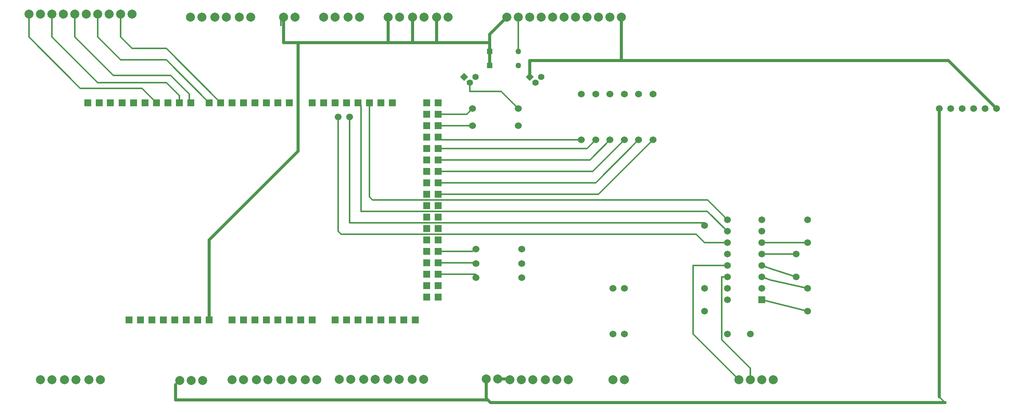
<source format=gbr>
G04 DipTrace 3.0.0.1*
G04 Top.gbr*
%MOMM*%
G04 #@! TF.FileFunction,Copper,L1,Top*
G04 #@! TF.Part,Single*
%AMOUTLINE0*5,1,4,0,0,1.8,-90.0*%
G04 #@! TA.AperFunction,Conductor*
%ADD14C,0.66*%
%ADD15C,0.33*%
G04 #@! TA.AperFunction,ComponentPad*
%ADD19C,1.5*%
%ADD21C,2.0*%
%ADD22R,1.5X1.5*%
%ADD23R,1.27X1.27*%
%ADD24C,1.27*%
%ADD25C,1.524*%
%ADD26C,1.524*%
%ADD27C,1.5*%
%ADD28C,1.4*%
%ADD61OUTLINE0*%
%FSLAX35Y35*%
G04*
G71*
G90*
G75*
G01*
G04 Top*
%LPD*%
X8985250Y8826500D2*
D14*
Y8255000D1*
X6985000D1*
X6667500D1*
Y8826500D1*
X11239500Y8064500D2*
Y7747000D1*
Y8064500D2*
Y8445500D1*
X11620500Y8826500D1*
X8985250Y8255000D2*
X9525000D1*
X10064750D1*
X11239500D1*
D15*
Y8064500D1*
X10064750Y8826500D2*
D14*
Y8255000D1*
X9525000Y8826500D2*
Y8255000D1*
X6604000Y8636000D2*
D15*
Y8763000D1*
X6667500Y8826500D1*
X6985000Y8255000D2*
D14*
Y5842000D1*
X5016500Y3873500D1*
Y2095500D1*
X11160123Y777873D2*
Y351293D1*
Y317500D1*
X4271613D1*
Y652837D1*
D15*
X4364227Y745450D1*
X21209000Y6794500D2*
D14*
Y381000D1*
D15*
X21336000Y254000D1*
D14*
X11257417D1*
X11160123Y351293D1*
X2032000Y8890000D2*
D15*
Y8382000D1*
X2889220Y7524780D1*
X4159220D1*
X4572000Y7112000D1*
Y6921500D1*
X4605020D1*
X3843020D2*
X3521583Y7242937D1*
X2155063D1*
X1016000Y8382000D1*
Y8890000D1*
X2540000D2*
Y8382000D1*
X3048000Y7874000D1*
X4064000D1*
X5016500Y6921500D1*
X3048000Y8890000D2*
Y8382000D1*
X3302000Y8128000D1*
X4064000D1*
X5270500Y6921500D1*
X12128500Y7493000D2*
D14*
Y7861417D1*
X14160500D1*
Y8826500D1*
Y7861417D2*
X21412083D1*
X22479000Y6794500D1*
X11874500Y8064500D2*
D15*
Y8826500D1*
X4351020Y6921500D2*
Y7078980D1*
X4064000Y7366000D1*
X2540000D1*
X1524000Y8382000D1*
Y8890000D1*
X10096500Y6413500D2*
X10858500D1*
X10096500Y6667500D2*
X10731500D1*
X10858500Y6794500D1*
X18288000Y2286000D2*
X17272000Y2540000D1*
X18288000Y2794000D2*
X17462500Y2984500D1*
X17272000Y3048000D1*
X18034000D2*
X17462500Y3238500D1*
X17272000Y3302000D1*
X18034000Y3556000D2*
X17272000D1*
X18288000Y3810000D2*
X17272000D1*
X10096500Y3365500D2*
X10920593D1*
X10936333Y3349760D1*
Y3348787D1*
X11414123Y777873D2*
D14*
X11668127D1*
D15*
X11684000Y762000D1*
X10096500Y3619500D2*
X10858500D1*
X10905287Y3666287D1*
X10936333D1*
X10795000Y7366000D2*
Y7175500D1*
X11493500D1*
X11874500Y6794500D1*
X10096500Y3111500D2*
X10922000D1*
X10936333Y3097167D1*
Y3031287D1*
X10096500Y5905500D2*
X13398500D1*
X13589000Y6096000D1*
X10096500Y5143500D2*
X13589000D1*
X14541500Y6096000D1*
X10096500Y5651500D2*
X13462000D1*
X13906500Y6096000D1*
X10096500Y5397500D2*
X13525500D1*
X14224000Y6096000D1*
X10096500Y4889500D2*
X13652500D1*
X14859000Y6096000D1*
X16510000Y3048000D2*
X16383000D1*
Y1651000D1*
X17018000Y1016000D1*
Y762000D1*
X16510000Y3302000D2*
X15748000D1*
Y1778000D1*
X16764000Y762000D1*
X16510000Y3810000D2*
X16002000D1*
X15813997Y3998003D1*
X7940007D1*
X7874000Y4064010D1*
Y6604000D1*
X16002000Y4191000D2*
Y4254500D1*
X8128000D1*
Y6604000D1*
X16510000Y4064000D2*
X16065500Y4508500D1*
X8382000D1*
Y6858000D1*
X8318500Y6921500D1*
X8572500D2*
Y4826000D1*
X8638497Y4760003D1*
X16067997D1*
X16510000Y4318000D1*
X10096500Y6159500D2*
Y6096000D1*
X13271500D1*
D21*
X2540000Y8890000D3*
X2794000D3*
X3048000D3*
X3302000D3*
X2032000D3*
X2286000D3*
X8096250Y8826500D3*
X8350250D3*
X11160123Y777873D3*
X11414123D3*
X11684000Y762000D3*
X11938000D3*
X12192000D3*
X8985250Y8826500D3*
X9239250D3*
X7556500D3*
X7810500D3*
X6667500D3*
X6921500D3*
X5683250D3*
X5937250D3*
X5143500D3*
X5397500D3*
X12477750Y762000D3*
X12731750D3*
X12985750D3*
D22*
X10096500Y2603500D3*
Y2857500D3*
Y3111500D3*
Y3365500D3*
Y3619500D3*
Y3873500D3*
Y4127500D3*
Y4381500D3*
Y4635500D3*
Y4889500D3*
Y5143500D3*
Y5397500D3*
Y5651500D3*
Y5905500D3*
Y6159500D3*
Y6413500D3*
Y6667500D3*
X9842500Y6921500D3*
Y2603500D3*
Y2857500D3*
Y3111500D3*
Y3365500D3*
Y3619500D3*
Y3873500D3*
Y4127500D3*
Y4381500D3*
Y4635500D3*
Y4889500D3*
Y5143500D3*
Y5397500D3*
Y5651500D3*
Y5905500D3*
Y6159500D3*
Y6413500D3*
Y6667500D3*
X10096500Y6921500D3*
X4508500Y2095500D3*
X4000500D3*
X3746500D3*
X3492500D3*
X3238500D3*
X6794500D3*
X6540500D3*
X6286500D3*
X6032500D3*
X5778500D3*
X5524500D3*
X4605020Y6921500D3*
X4351020D3*
X4097020D3*
X3843020D3*
X3589020D3*
X3335020D3*
X3081020D3*
X2824480D3*
X2573020D3*
X2319020D3*
X6794500D3*
X6540500D3*
X6286500D3*
X6032500D3*
X5778500D3*
X5524500D3*
X5270500D3*
X5016500D3*
X7302500D3*
X7556500D3*
X7810500D3*
X8064500D3*
X8318500D3*
X8572500D3*
X8826500D3*
X9080500D3*
X7048500Y2095500D3*
X7302500D3*
X7810500D3*
X8064500D3*
X8318500D3*
X8572500D3*
X8826500D3*
X9080500D3*
X9334500D3*
X9588500D3*
X4254500D3*
X5016500D3*
X4762500D3*
D21*
X1016000Y8890000D3*
X1270000D3*
D23*
X11239500Y8064500D3*
D24*
X11874500D3*
D21*
X4603750Y8826500D3*
X4857750D3*
X11620500D3*
X11874500D3*
X12128500D3*
X12381220Y8825657D3*
X12635220D3*
X12889220D3*
X13144500Y8826500D3*
X13398500D3*
X13652500D3*
X13906500D3*
X14160500D3*
X9525000D3*
X9779000D3*
X10064750D3*
X10318750D3*
X1270000Y762000D3*
X1524000D3*
X1809753D3*
X2063753D3*
X2349503D3*
X2603503D3*
X1524000Y8890000D3*
X1778000D3*
D25*
X11874500Y6794500D3*
D26*
X10858500D3*
D23*
X11239500Y7747000D3*
D24*
X11874500D3*
D21*
X5523703Y762557D3*
X5777703D3*
X6062983Y761567D3*
X6316983D3*
X6604000Y762000D3*
X6858000D3*
X7144333Y763443D3*
X7398333D3*
X7901193Y771533D3*
X8155193D3*
X8441527Y773223D3*
X8695527D3*
X8981263Y773350D3*
X9235263D3*
X9521140Y773347D3*
X9775140D3*
X4364227Y745450D3*
X4618227D3*
X4872227D3*
D22*
X17272000Y2540000D3*
D27*
Y2794000D3*
Y3048000D3*
Y3302000D3*
Y3556000D3*
Y3810000D3*
Y4064000D3*
Y4318000D3*
X16510000D3*
Y4064000D3*
Y3810000D3*
Y3556000D3*
Y3302000D3*
Y3048000D3*
Y2794000D3*
Y2540000D3*
D25*
X13589000Y7112000D3*
D26*
Y6096000D3*
D25*
X13271500Y7112000D3*
D26*
Y6096000D3*
D25*
X13906500Y7112000D3*
D26*
Y6096000D3*
D25*
X14224000Y7112000D3*
D26*
Y6096000D3*
D25*
X14541500Y7112000D3*
D26*
Y6096000D3*
D25*
X14859000Y7112000D3*
D26*
Y6096000D3*
D25*
X10858500Y6413500D3*
D26*
X11874500D3*
D25*
X10936333Y3666287D3*
D26*
X11952333D3*
D25*
X10936333Y3348787D3*
D26*
X11952333D3*
D25*
X10936333Y3031287D3*
D26*
X11952333D3*
D28*
X12382500Y7493000D3*
X12255500Y7366000D3*
D61*
X12128500Y7493000D3*
D28*
X10922000D3*
X10795000Y7366000D3*
D61*
X10668000Y7493000D3*
D19*
X18288000Y2286000D3*
Y2794000D3*
X18034000Y3556000D3*
Y3048000D3*
X18288000Y3810000D3*
Y4318000D3*
X16002000Y2286000D3*
Y2794000D3*
X16510000Y1778000D3*
X17018000D3*
D21*
X16764000Y762000D3*
X17018000D3*
X17272000D3*
X17526000D3*
D19*
X7874000Y6604000D3*
X8128000D3*
X16002000Y4191000D3*
D21*
X13970000Y762000D3*
X14224000D3*
D25*
X13970000Y1778000D3*
D26*
Y2794000D3*
D25*
X14224000Y1778000D3*
D26*
Y2794000D3*
D19*
X22479000Y6794500D3*
X21209000D3*
X22225000D3*
X21971000D3*
X21717000D3*
X21463000D3*
M02*

</source>
